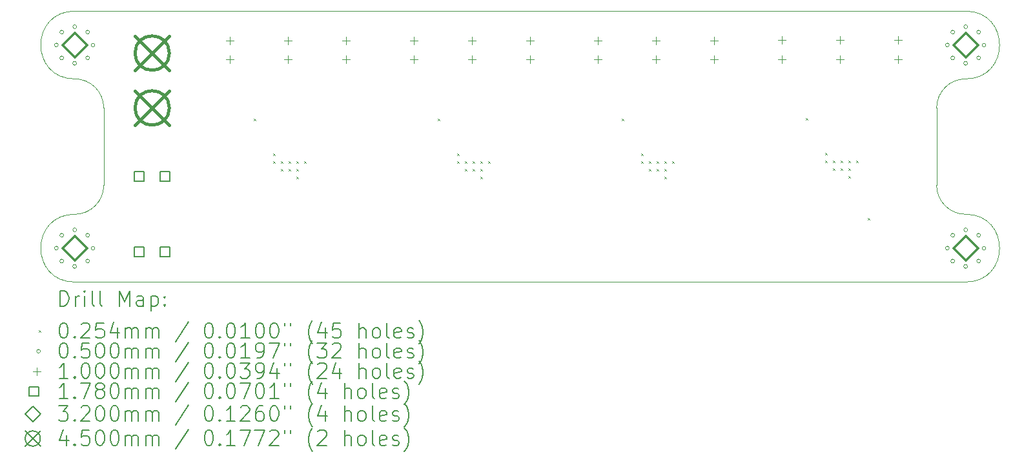
<source format=gbr>
%TF.GenerationSoftware,KiCad,Pcbnew,(6.0.9)*%
%TF.CreationDate,2023-02-01T20:01:13-08:00*%
%TF.ProjectId,regulator_board,72656775-6c61-4746-9f72-5f626f617264,rev?*%
%TF.SameCoordinates,Original*%
%TF.FileFunction,Drillmap*%
%TF.FilePolarity,Positive*%
%FSLAX45Y45*%
G04 Gerber Fmt 4.5, Leading zero omitted, Abs format (unit mm)*
G04 Created by KiCad (PCBNEW (6.0.9)) date 2023-02-01 20:01:13*
%MOMM*%
%LPD*%
G01*
G04 APERTURE LIST*
%ADD10C,0.100000*%
%ADD11C,0.200000*%
%ADD12C,0.025400*%
%ADD13C,0.050000*%
%ADD14C,0.178000*%
%ADD15C,0.320000*%
%ADD16C,0.450000*%
G04 APERTURE END LIST*
D10*
X17145000Y-11684000D02*
X5461000Y-11684000D01*
X17145000Y-12573000D02*
G75*
G03*
X17145000Y-11684000I0J444500D01*
G01*
X5461000Y-15240000D02*
X17145000Y-15240000D01*
X5842000Y-12954000D02*
X5842000Y-13970000D01*
X16764000Y-13970000D02*
X16764000Y-12954000D01*
X5461000Y-14351000D02*
G75*
G03*
X5461000Y-15240000I0J-444500D01*
G01*
X5842000Y-12954000D02*
G75*
G03*
X5461000Y-12573000I-381000J0D01*
G01*
X17145000Y-12573000D02*
G75*
G03*
X16764000Y-12954000I0J-381000D01*
G01*
X17145000Y-15240000D02*
G75*
G03*
X17145000Y-14351000I0J444500D01*
G01*
X16764000Y-13970000D02*
G75*
G03*
X17145000Y-14351000I381000J0D01*
G01*
X5461000Y-14351000D02*
G75*
G03*
X5842000Y-13970000I0J381000D01*
G01*
X5461000Y-11684000D02*
G75*
G03*
X5461000Y-12573000I0J-444500D01*
G01*
D11*
D12*
X7810500Y-13093700D02*
X7835900Y-13119100D01*
X7835900Y-13093700D02*
X7810500Y-13119100D01*
X8064500Y-13550900D02*
X8089900Y-13576300D01*
X8089900Y-13550900D02*
X8064500Y-13576300D01*
X8064500Y-13652500D02*
X8089900Y-13677900D01*
X8089900Y-13652500D02*
X8064500Y-13677900D01*
X8166100Y-13652500D02*
X8191500Y-13677900D01*
X8191500Y-13652500D02*
X8166100Y-13677900D01*
X8166100Y-13754100D02*
X8191500Y-13779500D01*
X8191500Y-13754100D02*
X8166100Y-13779500D01*
X8267700Y-13652500D02*
X8293100Y-13677900D01*
X8293100Y-13652500D02*
X8267700Y-13677900D01*
X8267700Y-13754100D02*
X8293100Y-13779500D01*
X8293100Y-13754100D02*
X8267700Y-13779500D01*
X8369300Y-13652500D02*
X8394700Y-13677900D01*
X8394700Y-13652500D02*
X8369300Y-13677900D01*
X8369300Y-13754100D02*
X8394700Y-13779500D01*
X8394700Y-13754100D02*
X8369300Y-13779500D01*
X8369300Y-13855700D02*
X8394700Y-13881100D01*
X8394700Y-13855700D02*
X8369300Y-13881100D01*
X8470900Y-13652500D02*
X8496300Y-13677900D01*
X8496300Y-13652500D02*
X8470900Y-13677900D01*
X10223500Y-13093700D02*
X10248900Y-13119100D01*
X10248900Y-13093700D02*
X10223500Y-13119100D01*
X10477500Y-13550900D02*
X10502900Y-13576300D01*
X10502900Y-13550900D02*
X10477500Y-13576300D01*
X10477500Y-13652500D02*
X10502900Y-13677900D01*
X10502900Y-13652500D02*
X10477500Y-13677900D01*
X10579100Y-13652500D02*
X10604500Y-13677900D01*
X10604500Y-13652500D02*
X10579100Y-13677900D01*
X10579100Y-13754100D02*
X10604500Y-13779500D01*
X10604500Y-13754100D02*
X10579100Y-13779500D01*
X10680700Y-13652500D02*
X10706100Y-13677900D01*
X10706100Y-13652500D02*
X10680700Y-13677900D01*
X10680700Y-13754100D02*
X10706100Y-13779500D01*
X10706100Y-13754100D02*
X10680700Y-13779500D01*
X10782300Y-13652500D02*
X10807700Y-13677900D01*
X10807700Y-13652500D02*
X10782300Y-13677900D01*
X10782300Y-13754100D02*
X10807700Y-13779500D01*
X10807700Y-13754100D02*
X10782300Y-13779500D01*
X10782300Y-13855700D02*
X10807700Y-13881100D01*
X10807700Y-13855700D02*
X10782300Y-13881100D01*
X10883900Y-13652500D02*
X10909300Y-13677900D01*
X10909300Y-13652500D02*
X10883900Y-13677900D01*
X12636500Y-13093700D02*
X12661900Y-13119100D01*
X12661900Y-13093700D02*
X12636500Y-13119100D01*
X12890500Y-13550900D02*
X12915900Y-13576300D01*
X12915900Y-13550900D02*
X12890500Y-13576300D01*
X12890500Y-13652500D02*
X12915900Y-13677900D01*
X12915900Y-13652500D02*
X12890500Y-13677900D01*
X12992100Y-13652500D02*
X13017500Y-13677900D01*
X13017500Y-13652500D02*
X12992100Y-13677900D01*
X12992100Y-13754100D02*
X13017500Y-13779500D01*
X13017500Y-13754100D02*
X12992100Y-13779500D01*
X13093700Y-13652500D02*
X13119100Y-13677900D01*
X13119100Y-13652500D02*
X13093700Y-13677900D01*
X13093700Y-13754100D02*
X13119100Y-13779500D01*
X13119100Y-13754100D02*
X13093700Y-13779500D01*
X13195300Y-13652500D02*
X13220700Y-13677900D01*
X13220700Y-13652500D02*
X13195300Y-13677900D01*
X13195300Y-13754100D02*
X13220700Y-13779500D01*
X13220700Y-13754100D02*
X13195300Y-13779500D01*
X13195300Y-13855700D02*
X13220700Y-13881100D01*
X13220700Y-13855700D02*
X13195300Y-13881100D01*
X13296900Y-13652500D02*
X13322300Y-13677900D01*
X13322300Y-13652500D02*
X13296900Y-13677900D01*
X15049500Y-13089700D02*
X15074900Y-13115100D01*
X15074900Y-13089700D02*
X15049500Y-13115100D01*
X15303500Y-13546900D02*
X15328900Y-13572300D01*
X15328900Y-13546900D02*
X15303500Y-13572300D01*
X15303500Y-13648500D02*
X15328900Y-13673900D01*
X15328900Y-13648500D02*
X15303500Y-13673900D01*
X15405100Y-13648500D02*
X15430500Y-13673900D01*
X15430500Y-13648500D02*
X15405100Y-13673900D01*
X15405100Y-13750100D02*
X15430500Y-13775500D01*
X15430500Y-13750100D02*
X15405100Y-13775500D01*
X15506700Y-13648500D02*
X15532100Y-13673900D01*
X15532100Y-13648500D02*
X15506700Y-13673900D01*
X15506700Y-13750100D02*
X15532100Y-13775500D01*
X15532100Y-13750100D02*
X15506700Y-13775500D01*
X15608300Y-13648500D02*
X15633700Y-13673900D01*
X15633700Y-13648500D02*
X15608300Y-13673900D01*
X15608300Y-13750100D02*
X15633700Y-13775500D01*
X15633700Y-13750100D02*
X15608300Y-13775500D01*
X15608300Y-13851700D02*
X15633700Y-13877100D01*
X15633700Y-13851700D02*
X15608300Y-13877100D01*
X15709900Y-13648500D02*
X15735300Y-13673900D01*
X15735300Y-13648500D02*
X15709900Y-13673900D01*
X15862300Y-14401800D02*
X15887700Y-14427200D01*
X15887700Y-14401800D02*
X15862300Y-14427200D01*
D13*
X5246000Y-12128500D02*
G75*
G03*
X5246000Y-12128500I-25000J0D01*
G01*
X5246000Y-14795500D02*
G75*
G03*
X5246000Y-14795500I-25000J0D01*
G01*
X5316294Y-11958794D02*
G75*
G03*
X5316294Y-11958794I-25000J0D01*
G01*
X5316294Y-12298206D02*
G75*
G03*
X5316294Y-12298206I-25000J0D01*
G01*
X5316294Y-14625794D02*
G75*
G03*
X5316294Y-14625794I-25000J0D01*
G01*
X5316294Y-14965206D02*
G75*
G03*
X5316294Y-14965206I-25000J0D01*
G01*
X5486000Y-11888500D02*
G75*
G03*
X5486000Y-11888500I-25000J0D01*
G01*
X5486000Y-12368500D02*
G75*
G03*
X5486000Y-12368500I-25000J0D01*
G01*
X5486000Y-14555500D02*
G75*
G03*
X5486000Y-14555500I-25000J0D01*
G01*
X5486000Y-15035500D02*
G75*
G03*
X5486000Y-15035500I-25000J0D01*
G01*
X5655706Y-11958794D02*
G75*
G03*
X5655706Y-11958794I-25000J0D01*
G01*
X5655706Y-12298206D02*
G75*
G03*
X5655706Y-12298206I-25000J0D01*
G01*
X5655706Y-14625794D02*
G75*
G03*
X5655706Y-14625794I-25000J0D01*
G01*
X5655706Y-14965206D02*
G75*
G03*
X5655706Y-14965206I-25000J0D01*
G01*
X5726000Y-12128500D02*
G75*
G03*
X5726000Y-12128500I-25000J0D01*
G01*
X5726000Y-14795500D02*
G75*
G03*
X5726000Y-14795500I-25000J0D01*
G01*
X16930000Y-12128500D02*
G75*
G03*
X16930000Y-12128500I-25000J0D01*
G01*
X16930000Y-14795500D02*
G75*
G03*
X16930000Y-14795500I-25000J0D01*
G01*
X17000294Y-11958794D02*
G75*
G03*
X17000294Y-11958794I-25000J0D01*
G01*
X17000294Y-12298206D02*
G75*
G03*
X17000294Y-12298206I-25000J0D01*
G01*
X17000294Y-14625794D02*
G75*
G03*
X17000294Y-14625794I-25000J0D01*
G01*
X17000294Y-14965206D02*
G75*
G03*
X17000294Y-14965206I-25000J0D01*
G01*
X17170000Y-11888500D02*
G75*
G03*
X17170000Y-11888500I-25000J0D01*
G01*
X17170000Y-12368500D02*
G75*
G03*
X17170000Y-12368500I-25000J0D01*
G01*
X17170000Y-14555500D02*
G75*
G03*
X17170000Y-14555500I-25000J0D01*
G01*
X17170000Y-15035500D02*
G75*
G03*
X17170000Y-15035500I-25000J0D01*
G01*
X17339706Y-11958794D02*
G75*
G03*
X17339706Y-11958794I-25000J0D01*
G01*
X17339706Y-12298206D02*
G75*
G03*
X17339706Y-12298206I-25000J0D01*
G01*
X17339706Y-14625794D02*
G75*
G03*
X17339706Y-14625794I-25000J0D01*
G01*
X17339706Y-14965206D02*
G75*
G03*
X17339706Y-14965206I-25000J0D01*
G01*
X17410000Y-12128500D02*
G75*
G03*
X17410000Y-12128500I-25000J0D01*
G01*
X17410000Y-14795500D02*
G75*
G03*
X17410000Y-14795500I-25000J0D01*
G01*
D10*
X7493000Y-12019000D02*
X7493000Y-12119000D01*
X7443000Y-12069000D02*
X7543000Y-12069000D01*
X7493000Y-12269000D02*
X7493000Y-12369000D01*
X7443000Y-12319000D02*
X7543000Y-12319000D01*
X8255000Y-12019000D02*
X8255000Y-12119000D01*
X8205000Y-12069000D02*
X8305000Y-12069000D01*
X8255000Y-12269000D02*
X8255000Y-12369000D01*
X8205000Y-12319000D02*
X8305000Y-12319000D01*
X9017000Y-12019000D02*
X9017000Y-12119000D01*
X8967000Y-12069000D02*
X9067000Y-12069000D01*
X9017000Y-12269000D02*
X9017000Y-12369000D01*
X8967000Y-12319000D02*
X9067000Y-12319000D01*
X9906000Y-12019000D02*
X9906000Y-12119000D01*
X9856000Y-12069000D02*
X9956000Y-12069000D01*
X9906000Y-12269000D02*
X9906000Y-12369000D01*
X9856000Y-12319000D02*
X9956000Y-12319000D01*
X10668000Y-12019000D02*
X10668000Y-12119000D01*
X10618000Y-12069000D02*
X10718000Y-12069000D01*
X10668000Y-12269000D02*
X10668000Y-12369000D01*
X10618000Y-12319000D02*
X10718000Y-12319000D01*
X11430000Y-12019000D02*
X11430000Y-12119000D01*
X11380000Y-12069000D02*
X11480000Y-12069000D01*
X11430000Y-12269000D02*
X11430000Y-12369000D01*
X11380000Y-12319000D02*
X11480000Y-12319000D01*
X12319000Y-12019000D02*
X12319000Y-12119000D01*
X12269000Y-12069000D02*
X12369000Y-12069000D01*
X12319000Y-12269000D02*
X12319000Y-12369000D01*
X12269000Y-12319000D02*
X12369000Y-12319000D01*
X13081000Y-12019000D02*
X13081000Y-12119000D01*
X13031000Y-12069000D02*
X13131000Y-12069000D01*
X13081000Y-12269000D02*
X13081000Y-12369000D01*
X13031000Y-12319000D02*
X13131000Y-12319000D01*
X13843000Y-12019000D02*
X13843000Y-12119000D01*
X13793000Y-12069000D02*
X13893000Y-12069000D01*
X13843000Y-12269000D02*
X13843000Y-12369000D01*
X13793000Y-12319000D02*
X13893000Y-12319000D01*
X14732000Y-12015000D02*
X14732000Y-12115000D01*
X14682000Y-12065000D02*
X14782000Y-12065000D01*
X14732000Y-12265000D02*
X14732000Y-12365000D01*
X14682000Y-12315000D02*
X14782000Y-12315000D01*
X15494000Y-12015000D02*
X15494000Y-12115000D01*
X15444000Y-12065000D02*
X15544000Y-12065000D01*
X15494000Y-12265000D02*
X15494000Y-12365000D01*
X15444000Y-12315000D02*
X15544000Y-12315000D01*
X16256000Y-12015000D02*
X16256000Y-12115000D01*
X16206000Y-12065000D02*
X16306000Y-12065000D01*
X16256000Y-12265000D02*
X16256000Y-12365000D01*
X16206000Y-12315000D02*
X16306000Y-12315000D01*
D14*
X6369933Y-13917933D02*
X6369933Y-13792067D01*
X6244067Y-13792067D01*
X6244067Y-13917933D01*
X6369933Y-13917933D01*
X6369933Y-14909933D02*
X6369933Y-14784067D01*
X6244067Y-14784067D01*
X6244067Y-14909933D01*
X6369933Y-14909933D01*
X6709933Y-13917933D02*
X6709933Y-13792067D01*
X6584067Y-13792067D01*
X6584067Y-13917933D01*
X6709933Y-13917933D01*
X6709933Y-14909933D02*
X6709933Y-14784067D01*
X6584067Y-14784067D01*
X6584067Y-14909933D01*
X6709933Y-14909933D01*
D15*
X5461000Y-12288500D02*
X5621000Y-12128500D01*
X5461000Y-11968500D01*
X5301000Y-12128500D01*
X5461000Y-12288500D01*
X5461000Y-14955500D02*
X5621000Y-14795500D01*
X5461000Y-14635500D01*
X5301000Y-14795500D01*
X5461000Y-14955500D01*
X17145000Y-12288500D02*
X17305000Y-12128500D01*
X17145000Y-11968500D01*
X16985000Y-12128500D01*
X17145000Y-12288500D01*
X17145000Y-14955500D02*
X17305000Y-14795500D01*
X17145000Y-14635500D01*
X16985000Y-14795500D01*
X17145000Y-14955500D01*
D16*
X6252000Y-12009000D02*
X6702000Y-12459000D01*
X6702000Y-12009000D02*
X6252000Y-12459000D01*
X6702000Y-12234000D02*
G75*
G03*
X6702000Y-12234000I-225000J0D01*
G01*
X6252000Y-12729000D02*
X6702000Y-13179000D01*
X6702000Y-12729000D02*
X6252000Y-13179000D01*
X6702000Y-12954000D02*
G75*
G03*
X6702000Y-12954000I-225000J0D01*
G01*
D11*
X5269119Y-15555476D02*
X5269119Y-15355476D01*
X5316738Y-15355476D01*
X5345310Y-15365000D01*
X5364357Y-15384048D01*
X5373881Y-15403095D01*
X5383405Y-15441190D01*
X5383405Y-15469762D01*
X5373881Y-15507857D01*
X5364357Y-15526905D01*
X5345310Y-15545952D01*
X5316738Y-15555476D01*
X5269119Y-15555476D01*
X5469119Y-15555476D02*
X5469119Y-15422143D01*
X5469119Y-15460238D02*
X5478643Y-15441190D01*
X5488167Y-15431667D01*
X5507214Y-15422143D01*
X5526262Y-15422143D01*
X5592928Y-15555476D02*
X5592928Y-15422143D01*
X5592928Y-15355476D02*
X5583405Y-15365000D01*
X5592928Y-15374524D01*
X5602452Y-15365000D01*
X5592928Y-15355476D01*
X5592928Y-15374524D01*
X5716738Y-15555476D02*
X5697690Y-15545952D01*
X5688167Y-15526905D01*
X5688167Y-15355476D01*
X5821500Y-15555476D02*
X5802452Y-15545952D01*
X5792928Y-15526905D01*
X5792928Y-15355476D01*
X6050071Y-15555476D02*
X6050071Y-15355476D01*
X6116738Y-15498333D01*
X6183405Y-15355476D01*
X6183405Y-15555476D01*
X6364357Y-15555476D02*
X6364357Y-15450714D01*
X6354833Y-15431667D01*
X6335786Y-15422143D01*
X6297690Y-15422143D01*
X6278643Y-15431667D01*
X6364357Y-15545952D02*
X6345309Y-15555476D01*
X6297690Y-15555476D01*
X6278643Y-15545952D01*
X6269119Y-15526905D01*
X6269119Y-15507857D01*
X6278643Y-15488809D01*
X6297690Y-15479286D01*
X6345309Y-15479286D01*
X6364357Y-15469762D01*
X6459595Y-15422143D02*
X6459595Y-15622143D01*
X6459595Y-15431667D02*
X6478643Y-15422143D01*
X6516738Y-15422143D01*
X6535786Y-15431667D01*
X6545309Y-15441190D01*
X6554833Y-15460238D01*
X6554833Y-15517381D01*
X6545309Y-15536428D01*
X6535786Y-15545952D01*
X6516738Y-15555476D01*
X6478643Y-15555476D01*
X6459595Y-15545952D01*
X6640548Y-15536428D02*
X6650071Y-15545952D01*
X6640548Y-15555476D01*
X6631024Y-15545952D01*
X6640548Y-15536428D01*
X6640548Y-15555476D01*
X6640548Y-15431667D02*
X6650071Y-15441190D01*
X6640548Y-15450714D01*
X6631024Y-15441190D01*
X6640548Y-15431667D01*
X6640548Y-15450714D01*
D12*
X4986100Y-15872300D02*
X5011500Y-15897700D01*
X5011500Y-15872300D02*
X4986100Y-15897700D01*
D11*
X5307214Y-15775476D02*
X5326262Y-15775476D01*
X5345310Y-15785000D01*
X5354833Y-15794524D01*
X5364357Y-15813571D01*
X5373881Y-15851667D01*
X5373881Y-15899286D01*
X5364357Y-15937381D01*
X5354833Y-15956428D01*
X5345310Y-15965952D01*
X5326262Y-15975476D01*
X5307214Y-15975476D01*
X5288167Y-15965952D01*
X5278643Y-15956428D01*
X5269119Y-15937381D01*
X5259595Y-15899286D01*
X5259595Y-15851667D01*
X5269119Y-15813571D01*
X5278643Y-15794524D01*
X5288167Y-15785000D01*
X5307214Y-15775476D01*
X5459595Y-15956428D02*
X5469119Y-15965952D01*
X5459595Y-15975476D01*
X5450071Y-15965952D01*
X5459595Y-15956428D01*
X5459595Y-15975476D01*
X5545310Y-15794524D02*
X5554833Y-15785000D01*
X5573881Y-15775476D01*
X5621500Y-15775476D01*
X5640548Y-15785000D01*
X5650071Y-15794524D01*
X5659595Y-15813571D01*
X5659595Y-15832619D01*
X5650071Y-15861190D01*
X5535786Y-15975476D01*
X5659595Y-15975476D01*
X5840548Y-15775476D02*
X5745309Y-15775476D01*
X5735786Y-15870714D01*
X5745309Y-15861190D01*
X5764357Y-15851667D01*
X5811976Y-15851667D01*
X5831024Y-15861190D01*
X5840548Y-15870714D01*
X5850071Y-15889762D01*
X5850071Y-15937381D01*
X5840548Y-15956428D01*
X5831024Y-15965952D01*
X5811976Y-15975476D01*
X5764357Y-15975476D01*
X5745309Y-15965952D01*
X5735786Y-15956428D01*
X6021500Y-15842143D02*
X6021500Y-15975476D01*
X5973881Y-15765952D02*
X5926262Y-15908809D01*
X6050071Y-15908809D01*
X6126262Y-15975476D02*
X6126262Y-15842143D01*
X6126262Y-15861190D02*
X6135786Y-15851667D01*
X6154833Y-15842143D01*
X6183405Y-15842143D01*
X6202452Y-15851667D01*
X6211976Y-15870714D01*
X6211976Y-15975476D01*
X6211976Y-15870714D02*
X6221500Y-15851667D01*
X6240548Y-15842143D01*
X6269119Y-15842143D01*
X6288167Y-15851667D01*
X6297690Y-15870714D01*
X6297690Y-15975476D01*
X6392928Y-15975476D02*
X6392928Y-15842143D01*
X6392928Y-15861190D02*
X6402452Y-15851667D01*
X6421500Y-15842143D01*
X6450071Y-15842143D01*
X6469119Y-15851667D01*
X6478643Y-15870714D01*
X6478643Y-15975476D01*
X6478643Y-15870714D02*
X6488167Y-15851667D01*
X6507214Y-15842143D01*
X6535786Y-15842143D01*
X6554833Y-15851667D01*
X6564357Y-15870714D01*
X6564357Y-15975476D01*
X6954833Y-15765952D02*
X6783405Y-16023095D01*
X7211976Y-15775476D02*
X7231024Y-15775476D01*
X7250071Y-15785000D01*
X7259595Y-15794524D01*
X7269119Y-15813571D01*
X7278643Y-15851667D01*
X7278643Y-15899286D01*
X7269119Y-15937381D01*
X7259595Y-15956428D01*
X7250071Y-15965952D01*
X7231024Y-15975476D01*
X7211976Y-15975476D01*
X7192928Y-15965952D01*
X7183405Y-15956428D01*
X7173881Y-15937381D01*
X7164357Y-15899286D01*
X7164357Y-15851667D01*
X7173881Y-15813571D01*
X7183405Y-15794524D01*
X7192928Y-15785000D01*
X7211976Y-15775476D01*
X7364357Y-15956428D02*
X7373881Y-15965952D01*
X7364357Y-15975476D01*
X7354833Y-15965952D01*
X7364357Y-15956428D01*
X7364357Y-15975476D01*
X7497690Y-15775476D02*
X7516738Y-15775476D01*
X7535786Y-15785000D01*
X7545309Y-15794524D01*
X7554833Y-15813571D01*
X7564357Y-15851667D01*
X7564357Y-15899286D01*
X7554833Y-15937381D01*
X7545309Y-15956428D01*
X7535786Y-15965952D01*
X7516738Y-15975476D01*
X7497690Y-15975476D01*
X7478643Y-15965952D01*
X7469119Y-15956428D01*
X7459595Y-15937381D01*
X7450071Y-15899286D01*
X7450071Y-15851667D01*
X7459595Y-15813571D01*
X7469119Y-15794524D01*
X7478643Y-15785000D01*
X7497690Y-15775476D01*
X7754833Y-15975476D02*
X7640548Y-15975476D01*
X7697690Y-15975476D02*
X7697690Y-15775476D01*
X7678643Y-15804048D01*
X7659595Y-15823095D01*
X7640548Y-15832619D01*
X7878643Y-15775476D02*
X7897690Y-15775476D01*
X7916738Y-15785000D01*
X7926262Y-15794524D01*
X7935786Y-15813571D01*
X7945309Y-15851667D01*
X7945309Y-15899286D01*
X7935786Y-15937381D01*
X7926262Y-15956428D01*
X7916738Y-15965952D01*
X7897690Y-15975476D01*
X7878643Y-15975476D01*
X7859595Y-15965952D01*
X7850071Y-15956428D01*
X7840548Y-15937381D01*
X7831024Y-15899286D01*
X7831024Y-15851667D01*
X7840548Y-15813571D01*
X7850071Y-15794524D01*
X7859595Y-15785000D01*
X7878643Y-15775476D01*
X8069119Y-15775476D02*
X8088167Y-15775476D01*
X8107214Y-15785000D01*
X8116738Y-15794524D01*
X8126262Y-15813571D01*
X8135786Y-15851667D01*
X8135786Y-15899286D01*
X8126262Y-15937381D01*
X8116738Y-15956428D01*
X8107214Y-15965952D01*
X8088167Y-15975476D01*
X8069119Y-15975476D01*
X8050071Y-15965952D01*
X8040548Y-15956428D01*
X8031024Y-15937381D01*
X8021500Y-15899286D01*
X8021500Y-15851667D01*
X8031024Y-15813571D01*
X8040548Y-15794524D01*
X8050071Y-15785000D01*
X8069119Y-15775476D01*
X8211976Y-15775476D02*
X8211976Y-15813571D01*
X8288167Y-15775476D02*
X8288167Y-15813571D01*
X8583405Y-16051667D02*
X8573881Y-16042143D01*
X8554833Y-16013571D01*
X8545310Y-15994524D01*
X8535786Y-15965952D01*
X8526262Y-15918333D01*
X8526262Y-15880238D01*
X8535786Y-15832619D01*
X8545310Y-15804048D01*
X8554833Y-15785000D01*
X8573881Y-15756428D01*
X8583405Y-15746905D01*
X8745310Y-15842143D02*
X8745310Y-15975476D01*
X8697690Y-15765952D02*
X8650071Y-15908809D01*
X8773881Y-15908809D01*
X8945310Y-15775476D02*
X8850071Y-15775476D01*
X8840548Y-15870714D01*
X8850071Y-15861190D01*
X8869119Y-15851667D01*
X8916738Y-15851667D01*
X8935786Y-15861190D01*
X8945310Y-15870714D01*
X8954833Y-15889762D01*
X8954833Y-15937381D01*
X8945310Y-15956428D01*
X8935786Y-15965952D01*
X8916738Y-15975476D01*
X8869119Y-15975476D01*
X8850071Y-15965952D01*
X8840548Y-15956428D01*
X9192929Y-15975476D02*
X9192929Y-15775476D01*
X9278643Y-15975476D02*
X9278643Y-15870714D01*
X9269119Y-15851667D01*
X9250071Y-15842143D01*
X9221500Y-15842143D01*
X9202452Y-15851667D01*
X9192929Y-15861190D01*
X9402452Y-15975476D02*
X9383405Y-15965952D01*
X9373881Y-15956428D01*
X9364357Y-15937381D01*
X9364357Y-15880238D01*
X9373881Y-15861190D01*
X9383405Y-15851667D01*
X9402452Y-15842143D01*
X9431024Y-15842143D01*
X9450071Y-15851667D01*
X9459595Y-15861190D01*
X9469119Y-15880238D01*
X9469119Y-15937381D01*
X9459595Y-15956428D01*
X9450071Y-15965952D01*
X9431024Y-15975476D01*
X9402452Y-15975476D01*
X9583405Y-15975476D02*
X9564357Y-15965952D01*
X9554833Y-15946905D01*
X9554833Y-15775476D01*
X9735786Y-15965952D02*
X9716738Y-15975476D01*
X9678643Y-15975476D01*
X9659595Y-15965952D01*
X9650071Y-15946905D01*
X9650071Y-15870714D01*
X9659595Y-15851667D01*
X9678643Y-15842143D01*
X9716738Y-15842143D01*
X9735786Y-15851667D01*
X9745310Y-15870714D01*
X9745310Y-15889762D01*
X9650071Y-15908809D01*
X9821500Y-15965952D02*
X9840548Y-15975476D01*
X9878643Y-15975476D01*
X9897690Y-15965952D01*
X9907214Y-15946905D01*
X9907214Y-15937381D01*
X9897690Y-15918333D01*
X9878643Y-15908809D01*
X9850071Y-15908809D01*
X9831024Y-15899286D01*
X9821500Y-15880238D01*
X9821500Y-15870714D01*
X9831024Y-15851667D01*
X9850071Y-15842143D01*
X9878643Y-15842143D01*
X9897690Y-15851667D01*
X9973881Y-16051667D02*
X9983405Y-16042143D01*
X10002452Y-16013571D01*
X10011976Y-15994524D01*
X10021500Y-15965952D01*
X10031024Y-15918333D01*
X10031024Y-15880238D01*
X10021500Y-15832619D01*
X10011976Y-15804048D01*
X10002452Y-15785000D01*
X9983405Y-15756428D01*
X9973881Y-15746905D01*
D13*
X5011500Y-16149000D02*
G75*
G03*
X5011500Y-16149000I-25000J0D01*
G01*
D11*
X5307214Y-16039476D02*
X5326262Y-16039476D01*
X5345310Y-16049000D01*
X5354833Y-16058524D01*
X5364357Y-16077571D01*
X5373881Y-16115667D01*
X5373881Y-16163286D01*
X5364357Y-16201381D01*
X5354833Y-16220428D01*
X5345310Y-16229952D01*
X5326262Y-16239476D01*
X5307214Y-16239476D01*
X5288167Y-16229952D01*
X5278643Y-16220428D01*
X5269119Y-16201381D01*
X5259595Y-16163286D01*
X5259595Y-16115667D01*
X5269119Y-16077571D01*
X5278643Y-16058524D01*
X5288167Y-16049000D01*
X5307214Y-16039476D01*
X5459595Y-16220428D02*
X5469119Y-16229952D01*
X5459595Y-16239476D01*
X5450071Y-16229952D01*
X5459595Y-16220428D01*
X5459595Y-16239476D01*
X5650071Y-16039476D02*
X5554833Y-16039476D01*
X5545310Y-16134714D01*
X5554833Y-16125190D01*
X5573881Y-16115667D01*
X5621500Y-16115667D01*
X5640548Y-16125190D01*
X5650071Y-16134714D01*
X5659595Y-16153762D01*
X5659595Y-16201381D01*
X5650071Y-16220428D01*
X5640548Y-16229952D01*
X5621500Y-16239476D01*
X5573881Y-16239476D01*
X5554833Y-16229952D01*
X5545310Y-16220428D01*
X5783405Y-16039476D02*
X5802452Y-16039476D01*
X5821500Y-16049000D01*
X5831024Y-16058524D01*
X5840548Y-16077571D01*
X5850071Y-16115667D01*
X5850071Y-16163286D01*
X5840548Y-16201381D01*
X5831024Y-16220428D01*
X5821500Y-16229952D01*
X5802452Y-16239476D01*
X5783405Y-16239476D01*
X5764357Y-16229952D01*
X5754833Y-16220428D01*
X5745309Y-16201381D01*
X5735786Y-16163286D01*
X5735786Y-16115667D01*
X5745309Y-16077571D01*
X5754833Y-16058524D01*
X5764357Y-16049000D01*
X5783405Y-16039476D01*
X5973881Y-16039476D02*
X5992928Y-16039476D01*
X6011976Y-16049000D01*
X6021500Y-16058524D01*
X6031024Y-16077571D01*
X6040548Y-16115667D01*
X6040548Y-16163286D01*
X6031024Y-16201381D01*
X6021500Y-16220428D01*
X6011976Y-16229952D01*
X5992928Y-16239476D01*
X5973881Y-16239476D01*
X5954833Y-16229952D01*
X5945309Y-16220428D01*
X5935786Y-16201381D01*
X5926262Y-16163286D01*
X5926262Y-16115667D01*
X5935786Y-16077571D01*
X5945309Y-16058524D01*
X5954833Y-16049000D01*
X5973881Y-16039476D01*
X6126262Y-16239476D02*
X6126262Y-16106143D01*
X6126262Y-16125190D02*
X6135786Y-16115667D01*
X6154833Y-16106143D01*
X6183405Y-16106143D01*
X6202452Y-16115667D01*
X6211976Y-16134714D01*
X6211976Y-16239476D01*
X6211976Y-16134714D02*
X6221500Y-16115667D01*
X6240548Y-16106143D01*
X6269119Y-16106143D01*
X6288167Y-16115667D01*
X6297690Y-16134714D01*
X6297690Y-16239476D01*
X6392928Y-16239476D02*
X6392928Y-16106143D01*
X6392928Y-16125190D02*
X6402452Y-16115667D01*
X6421500Y-16106143D01*
X6450071Y-16106143D01*
X6469119Y-16115667D01*
X6478643Y-16134714D01*
X6478643Y-16239476D01*
X6478643Y-16134714D02*
X6488167Y-16115667D01*
X6507214Y-16106143D01*
X6535786Y-16106143D01*
X6554833Y-16115667D01*
X6564357Y-16134714D01*
X6564357Y-16239476D01*
X6954833Y-16029952D02*
X6783405Y-16287095D01*
X7211976Y-16039476D02*
X7231024Y-16039476D01*
X7250071Y-16049000D01*
X7259595Y-16058524D01*
X7269119Y-16077571D01*
X7278643Y-16115667D01*
X7278643Y-16163286D01*
X7269119Y-16201381D01*
X7259595Y-16220428D01*
X7250071Y-16229952D01*
X7231024Y-16239476D01*
X7211976Y-16239476D01*
X7192928Y-16229952D01*
X7183405Y-16220428D01*
X7173881Y-16201381D01*
X7164357Y-16163286D01*
X7164357Y-16115667D01*
X7173881Y-16077571D01*
X7183405Y-16058524D01*
X7192928Y-16049000D01*
X7211976Y-16039476D01*
X7364357Y-16220428D02*
X7373881Y-16229952D01*
X7364357Y-16239476D01*
X7354833Y-16229952D01*
X7364357Y-16220428D01*
X7364357Y-16239476D01*
X7497690Y-16039476D02*
X7516738Y-16039476D01*
X7535786Y-16049000D01*
X7545309Y-16058524D01*
X7554833Y-16077571D01*
X7564357Y-16115667D01*
X7564357Y-16163286D01*
X7554833Y-16201381D01*
X7545309Y-16220428D01*
X7535786Y-16229952D01*
X7516738Y-16239476D01*
X7497690Y-16239476D01*
X7478643Y-16229952D01*
X7469119Y-16220428D01*
X7459595Y-16201381D01*
X7450071Y-16163286D01*
X7450071Y-16115667D01*
X7459595Y-16077571D01*
X7469119Y-16058524D01*
X7478643Y-16049000D01*
X7497690Y-16039476D01*
X7754833Y-16239476D02*
X7640548Y-16239476D01*
X7697690Y-16239476D02*
X7697690Y-16039476D01*
X7678643Y-16068048D01*
X7659595Y-16087095D01*
X7640548Y-16096619D01*
X7850071Y-16239476D02*
X7888167Y-16239476D01*
X7907214Y-16229952D01*
X7916738Y-16220428D01*
X7935786Y-16191857D01*
X7945309Y-16153762D01*
X7945309Y-16077571D01*
X7935786Y-16058524D01*
X7926262Y-16049000D01*
X7907214Y-16039476D01*
X7869119Y-16039476D01*
X7850071Y-16049000D01*
X7840548Y-16058524D01*
X7831024Y-16077571D01*
X7831024Y-16125190D01*
X7840548Y-16144238D01*
X7850071Y-16153762D01*
X7869119Y-16163286D01*
X7907214Y-16163286D01*
X7926262Y-16153762D01*
X7935786Y-16144238D01*
X7945309Y-16125190D01*
X8011976Y-16039476D02*
X8145309Y-16039476D01*
X8059595Y-16239476D01*
X8211976Y-16039476D02*
X8211976Y-16077571D01*
X8288167Y-16039476D02*
X8288167Y-16077571D01*
X8583405Y-16315667D02*
X8573881Y-16306143D01*
X8554833Y-16277571D01*
X8545310Y-16258524D01*
X8535786Y-16229952D01*
X8526262Y-16182333D01*
X8526262Y-16144238D01*
X8535786Y-16096619D01*
X8545310Y-16068048D01*
X8554833Y-16049000D01*
X8573881Y-16020428D01*
X8583405Y-16010905D01*
X8640548Y-16039476D02*
X8764357Y-16039476D01*
X8697690Y-16115667D01*
X8726262Y-16115667D01*
X8745310Y-16125190D01*
X8754833Y-16134714D01*
X8764357Y-16153762D01*
X8764357Y-16201381D01*
X8754833Y-16220428D01*
X8745310Y-16229952D01*
X8726262Y-16239476D01*
X8669119Y-16239476D01*
X8650071Y-16229952D01*
X8640548Y-16220428D01*
X8840548Y-16058524D02*
X8850071Y-16049000D01*
X8869119Y-16039476D01*
X8916738Y-16039476D01*
X8935786Y-16049000D01*
X8945310Y-16058524D01*
X8954833Y-16077571D01*
X8954833Y-16096619D01*
X8945310Y-16125190D01*
X8831024Y-16239476D01*
X8954833Y-16239476D01*
X9192929Y-16239476D02*
X9192929Y-16039476D01*
X9278643Y-16239476D02*
X9278643Y-16134714D01*
X9269119Y-16115667D01*
X9250071Y-16106143D01*
X9221500Y-16106143D01*
X9202452Y-16115667D01*
X9192929Y-16125190D01*
X9402452Y-16239476D02*
X9383405Y-16229952D01*
X9373881Y-16220428D01*
X9364357Y-16201381D01*
X9364357Y-16144238D01*
X9373881Y-16125190D01*
X9383405Y-16115667D01*
X9402452Y-16106143D01*
X9431024Y-16106143D01*
X9450071Y-16115667D01*
X9459595Y-16125190D01*
X9469119Y-16144238D01*
X9469119Y-16201381D01*
X9459595Y-16220428D01*
X9450071Y-16229952D01*
X9431024Y-16239476D01*
X9402452Y-16239476D01*
X9583405Y-16239476D02*
X9564357Y-16229952D01*
X9554833Y-16210905D01*
X9554833Y-16039476D01*
X9735786Y-16229952D02*
X9716738Y-16239476D01*
X9678643Y-16239476D01*
X9659595Y-16229952D01*
X9650071Y-16210905D01*
X9650071Y-16134714D01*
X9659595Y-16115667D01*
X9678643Y-16106143D01*
X9716738Y-16106143D01*
X9735786Y-16115667D01*
X9745310Y-16134714D01*
X9745310Y-16153762D01*
X9650071Y-16172809D01*
X9821500Y-16229952D02*
X9840548Y-16239476D01*
X9878643Y-16239476D01*
X9897690Y-16229952D01*
X9907214Y-16210905D01*
X9907214Y-16201381D01*
X9897690Y-16182333D01*
X9878643Y-16172809D01*
X9850071Y-16172809D01*
X9831024Y-16163286D01*
X9821500Y-16144238D01*
X9821500Y-16134714D01*
X9831024Y-16115667D01*
X9850071Y-16106143D01*
X9878643Y-16106143D01*
X9897690Y-16115667D01*
X9973881Y-16315667D02*
X9983405Y-16306143D01*
X10002452Y-16277571D01*
X10011976Y-16258524D01*
X10021500Y-16229952D01*
X10031024Y-16182333D01*
X10031024Y-16144238D01*
X10021500Y-16096619D01*
X10011976Y-16068048D01*
X10002452Y-16049000D01*
X9983405Y-16020428D01*
X9973881Y-16010905D01*
D10*
X4961500Y-16363000D02*
X4961500Y-16463000D01*
X4911500Y-16413000D02*
X5011500Y-16413000D01*
D11*
X5373881Y-16503476D02*
X5259595Y-16503476D01*
X5316738Y-16503476D02*
X5316738Y-16303476D01*
X5297690Y-16332048D01*
X5278643Y-16351095D01*
X5259595Y-16360619D01*
X5459595Y-16484428D02*
X5469119Y-16493952D01*
X5459595Y-16503476D01*
X5450071Y-16493952D01*
X5459595Y-16484428D01*
X5459595Y-16503476D01*
X5592928Y-16303476D02*
X5611976Y-16303476D01*
X5631024Y-16313000D01*
X5640548Y-16322524D01*
X5650071Y-16341571D01*
X5659595Y-16379667D01*
X5659595Y-16427286D01*
X5650071Y-16465381D01*
X5640548Y-16484428D01*
X5631024Y-16493952D01*
X5611976Y-16503476D01*
X5592928Y-16503476D01*
X5573881Y-16493952D01*
X5564357Y-16484428D01*
X5554833Y-16465381D01*
X5545310Y-16427286D01*
X5545310Y-16379667D01*
X5554833Y-16341571D01*
X5564357Y-16322524D01*
X5573881Y-16313000D01*
X5592928Y-16303476D01*
X5783405Y-16303476D02*
X5802452Y-16303476D01*
X5821500Y-16313000D01*
X5831024Y-16322524D01*
X5840548Y-16341571D01*
X5850071Y-16379667D01*
X5850071Y-16427286D01*
X5840548Y-16465381D01*
X5831024Y-16484428D01*
X5821500Y-16493952D01*
X5802452Y-16503476D01*
X5783405Y-16503476D01*
X5764357Y-16493952D01*
X5754833Y-16484428D01*
X5745309Y-16465381D01*
X5735786Y-16427286D01*
X5735786Y-16379667D01*
X5745309Y-16341571D01*
X5754833Y-16322524D01*
X5764357Y-16313000D01*
X5783405Y-16303476D01*
X5973881Y-16303476D02*
X5992928Y-16303476D01*
X6011976Y-16313000D01*
X6021500Y-16322524D01*
X6031024Y-16341571D01*
X6040548Y-16379667D01*
X6040548Y-16427286D01*
X6031024Y-16465381D01*
X6021500Y-16484428D01*
X6011976Y-16493952D01*
X5992928Y-16503476D01*
X5973881Y-16503476D01*
X5954833Y-16493952D01*
X5945309Y-16484428D01*
X5935786Y-16465381D01*
X5926262Y-16427286D01*
X5926262Y-16379667D01*
X5935786Y-16341571D01*
X5945309Y-16322524D01*
X5954833Y-16313000D01*
X5973881Y-16303476D01*
X6126262Y-16503476D02*
X6126262Y-16370143D01*
X6126262Y-16389190D02*
X6135786Y-16379667D01*
X6154833Y-16370143D01*
X6183405Y-16370143D01*
X6202452Y-16379667D01*
X6211976Y-16398714D01*
X6211976Y-16503476D01*
X6211976Y-16398714D02*
X6221500Y-16379667D01*
X6240548Y-16370143D01*
X6269119Y-16370143D01*
X6288167Y-16379667D01*
X6297690Y-16398714D01*
X6297690Y-16503476D01*
X6392928Y-16503476D02*
X6392928Y-16370143D01*
X6392928Y-16389190D02*
X6402452Y-16379667D01*
X6421500Y-16370143D01*
X6450071Y-16370143D01*
X6469119Y-16379667D01*
X6478643Y-16398714D01*
X6478643Y-16503476D01*
X6478643Y-16398714D02*
X6488167Y-16379667D01*
X6507214Y-16370143D01*
X6535786Y-16370143D01*
X6554833Y-16379667D01*
X6564357Y-16398714D01*
X6564357Y-16503476D01*
X6954833Y-16293952D02*
X6783405Y-16551095D01*
X7211976Y-16303476D02*
X7231024Y-16303476D01*
X7250071Y-16313000D01*
X7259595Y-16322524D01*
X7269119Y-16341571D01*
X7278643Y-16379667D01*
X7278643Y-16427286D01*
X7269119Y-16465381D01*
X7259595Y-16484428D01*
X7250071Y-16493952D01*
X7231024Y-16503476D01*
X7211976Y-16503476D01*
X7192928Y-16493952D01*
X7183405Y-16484428D01*
X7173881Y-16465381D01*
X7164357Y-16427286D01*
X7164357Y-16379667D01*
X7173881Y-16341571D01*
X7183405Y-16322524D01*
X7192928Y-16313000D01*
X7211976Y-16303476D01*
X7364357Y-16484428D02*
X7373881Y-16493952D01*
X7364357Y-16503476D01*
X7354833Y-16493952D01*
X7364357Y-16484428D01*
X7364357Y-16503476D01*
X7497690Y-16303476D02*
X7516738Y-16303476D01*
X7535786Y-16313000D01*
X7545309Y-16322524D01*
X7554833Y-16341571D01*
X7564357Y-16379667D01*
X7564357Y-16427286D01*
X7554833Y-16465381D01*
X7545309Y-16484428D01*
X7535786Y-16493952D01*
X7516738Y-16503476D01*
X7497690Y-16503476D01*
X7478643Y-16493952D01*
X7469119Y-16484428D01*
X7459595Y-16465381D01*
X7450071Y-16427286D01*
X7450071Y-16379667D01*
X7459595Y-16341571D01*
X7469119Y-16322524D01*
X7478643Y-16313000D01*
X7497690Y-16303476D01*
X7631024Y-16303476D02*
X7754833Y-16303476D01*
X7688167Y-16379667D01*
X7716738Y-16379667D01*
X7735786Y-16389190D01*
X7745309Y-16398714D01*
X7754833Y-16417762D01*
X7754833Y-16465381D01*
X7745309Y-16484428D01*
X7735786Y-16493952D01*
X7716738Y-16503476D01*
X7659595Y-16503476D01*
X7640548Y-16493952D01*
X7631024Y-16484428D01*
X7850071Y-16503476D02*
X7888167Y-16503476D01*
X7907214Y-16493952D01*
X7916738Y-16484428D01*
X7935786Y-16455857D01*
X7945309Y-16417762D01*
X7945309Y-16341571D01*
X7935786Y-16322524D01*
X7926262Y-16313000D01*
X7907214Y-16303476D01*
X7869119Y-16303476D01*
X7850071Y-16313000D01*
X7840548Y-16322524D01*
X7831024Y-16341571D01*
X7831024Y-16389190D01*
X7840548Y-16408238D01*
X7850071Y-16417762D01*
X7869119Y-16427286D01*
X7907214Y-16427286D01*
X7926262Y-16417762D01*
X7935786Y-16408238D01*
X7945309Y-16389190D01*
X8116738Y-16370143D02*
X8116738Y-16503476D01*
X8069119Y-16293952D02*
X8021500Y-16436809D01*
X8145309Y-16436809D01*
X8211976Y-16303476D02*
X8211976Y-16341571D01*
X8288167Y-16303476D02*
X8288167Y-16341571D01*
X8583405Y-16579667D02*
X8573881Y-16570143D01*
X8554833Y-16541571D01*
X8545310Y-16522524D01*
X8535786Y-16493952D01*
X8526262Y-16446333D01*
X8526262Y-16408238D01*
X8535786Y-16360619D01*
X8545310Y-16332048D01*
X8554833Y-16313000D01*
X8573881Y-16284428D01*
X8583405Y-16274905D01*
X8650071Y-16322524D02*
X8659595Y-16313000D01*
X8678643Y-16303476D01*
X8726262Y-16303476D01*
X8745310Y-16313000D01*
X8754833Y-16322524D01*
X8764357Y-16341571D01*
X8764357Y-16360619D01*
X8754833Y-16389190D01*
X8640548Y-16503476D01*
X8764357Y-16503476D01*
X8935786Y-16370143D02*
X8935786Y-16503476D01*
X8888167Y-16293952D02*
X8840548Y-16436809D01*
X8964357Y-16436809D01*
X9192929Y-16503476D02*
X9192929Y-16303476D01*
X9278643Y-16503476D02*
X9278643Y-16398714D01*
X9269119Y-16379667D01*
X9250071Y-16370143D01*
X9221500Y-16370143D01*
X9202452Y-16379667D01*
X9192929Y-16389190D01*
X9402452Y-16503476D02*
X9383405Y-16493952D01*
X9373881Y-16484428D01*
X9364357Y-16465381D01*
X9364357Y-16408238D01*
X9373881Y-16389190D01*
X9383405Y-16379667D01*
X9402452Y-16370143D01*
X9431024Y-16370143D01*
X9450071Y-16379667D01*
X9459595Y-16389190D01*
X9469119Y-16408238D01*
X9469119Y-16465381D01*
X9459595Y-16484428D01*
X9450071Y-16493952D01*
X9431024Y-16503476D01*
X9402452Y-16503476D01*
X9583405Y-16503476D02*
X9564357Y-16493952D01*
X9554833Y-16474905D01*
X9554833Y-16303476D01*
X9735786Y-16493952D02*
X9716738Y-16503476D01*
X9678643Y-16503476D01*
X9659595Y-16493952D01*
X9650071Y-16474905D01*
X9650071Y-16398714D01*
X9659595Y-16379667D01*
X9678643Y-16370143D01*
X9716738Y-16370143D01*
X9735786Y-16379667D01*
X9745310Y-16398714D01*
X9745310Y-16417762D01*
X9650071Y-16436809D01*
X9821500Y-16493952D02*
X9840548Y-16503476D01*
X9878643Y-16503476D01*
X9897690Y-16493952D01*
X9907214Y-16474905D01*
X9907214Y-16465381D01*
X9897690Y-16446333D01*
X9878643Y-16436809D01*
X9850071Y-16436809D01*
X9831024Y-16427286D01*
X9821500Y-16408238D01*
X9821500Y-16398714D01*
X9831024Y-16379667D01*
X9850071Y-16370143D01*
X9878643Y-16370143D01*
X9897690Y-16379667D01*
X9973881Y-16579667D02*
X9983405Y-16570143D01*
X10002452Y-16541571D01*
X10011976Y-16522524D01*
X10021500Y-16493952D01*
X10031024Y-16446333D01*
X10031024Y-16408238D01*
X10021500Y-16360619D01*
X10011976Y-16332048D01*
X10002452Y-16313000D01*
X9983405Y-16284428D01*
X9973881Y-16274905D01*
D14*
X4985433Y-16739933D02*
X4985433Y-16614067D01*
X4859567Y-16614067D01*
X4859567Y-16739933D01*
X4985433Y-16739933D01*
D11*
X5373881Y-16767476D02*
X5259595Y-16767476D01*
X5316738Y-16767476D02*
X5316738Y-16567476D01*
X5297690Y-16596048D01*
X5278643Y-16615095D01*
X5259595Y-16624619D01*
X5459595Y-16748428D02*
X5469119Y-16757952D01*
X5459595Y-16767476D01*
X5450071Y-16757952D01*
X5459595Y-16748428D01*
X5459595Y-16767476D01*
X5535786Y-16567476D02*
X5669119Y-16567476D01*
X5583405Y-16767476D01*
X5773881Y-16653190D02*
X5754833Y-16643667D01*
X5745309Y-16634143D01*
X5735786Y-16615095D01*
X5735786Y-16605571D01*
X5745309Y-16586524D01*
X5754833Y-16577000D01*
X5773881Y-16567476D01*
X5811976Y-16567476D01*
X5831024Y-16577000D01*
X5840548Y-16586524D01*
X5850071Y-16605571D01*
X5850071Y-16615095D01*
X5840548Y-16634143D01*
X5831024Y-16643667D01*
X5811976Y-16653190D01*
X5773881Y-16653190D01*
X5754833Y-16662714D01*
X5745309Y-16672238D01*
X5735786Y-16691286D01*
X5735786Y-16729381D01*
X5745309Y-16748428D01*
X5754833Y-16757952D01*
X5773881Y-16767476D01*
X5811976Y-16767476D01*
X5831024Y-16757952D01*
X5840548Y-16748428D01*
X5850071Y-16729381D01*
X5850071Y-16691286D01*
X5840548Y-16672238D01*
X5831024Y-16662714D01*
X5811976Y-16653190D01*
X5973881Y-16567476D02*
X5992928Y-16567476D01*
X6011976Y-16577000D01*
X6021500Y-16586524D01*
X6031024Y-16605571D01*
X6040548Y-16643667D01*
X6040548Y-16691286D01*
X6031024Y-16729381D01*
X6021500Y-16748428D01*
X6011976Y-16757952D01*
X5992928Y-16767476D01*
X5973881Y-16767476D01*
X5954833Y-16757952D01*
X5945309Y-16748428D01*
X5935786Y-16729381D01*
X5926262Y-16691286D01*
X5926262Y-16643667D01*
X5935786Y-16605571D01*
X5945309Y-16586524D01*
X5954833Y-16577000D01*
X5973881Y-16567476D01*
X6126262Y-16767476D02*
X6126262Y-16634143D01*
X6126262Y-16653190D02*
X6135786Y-16643667D01*
X6154833Y-16634143D01*
X6183405Y-16634143D01*
X6202452Y-16643667D01*
X6211976Y-16662714D01*
X6211976Y-16767476D01*
X6211976Y-16662714D02*
X6221500Y-16643667D01*
X6240548Y-16634143D01*
X6269119Y-16634143D01*
X6288167Y-16643667D01*
X6297690Y-16662714D01*
X6297690Y-16767476D01*
X6392928Y-16767476D02*
X6392928Y-16634143D01*
X6392928Y-16653190D02*
X6402452Y-16643667D01*
X6421500Y-16634143D01*
X6450071Y-16634143D01*
X6469119Y-16643667D01*
X6478643Y-16662714D01*
X6478643Y-16767476D01*
X6478643Y-16662714D02*
X6488167Y-16643667D01*
X6507214Y-16634143D01*
X6535786Y-16634143D01*
X6554833Y-16643667D01*
X6564357Y-16662714D01*
X6564357Y-16767476D01*
X6954833Y-16557952D02*
X6783405Y-16815095D01*
X7211976Y-16567476D02*
X7231024Y-16567476D01*
X7250071Y-16577000D01*
X7259595Y-16586524D01*
X7269119Y-16605571D01*
X7278643Y-16643667D01*
X7278643Y-16691286D01*
X7269119Y-16729381D01*
X7259595Y-16748428D01*
X7250071Y-16757952D01*
X7231024Y-16767476D01*
X7211976Y-16767476D01*
X7192928Y-16757952D01*
X7183405Y-16748428D01*
X7173881Y-16729381D01*
X7164357Y-16691286D01*
X7164357Y-16643667D01*
X7173881Y-16605571D01*
X7183405Y-16586524D01*
X7192928Y-16577000D01*
X7211976Y-16567476D01*
X7364357Y-16748428D02*
X7373881Y-16757952D01*
X7364357Y-16767476D01*
X7354833Y-16757952D01*
X7364357Y-16748428D01*
X7364357Y-16767476D01*
X7497690Y-16567476D02*
X7516738Y-16567476D01*
X7535786Y-16577000D01*
X7545309Y-16586524D01*
X7554833Y-16605571D01*
X7564357Y-16643667D01*
X7564357Y-16691286D01*
X7554833Y-16729381D01*
X7545309Y-16748428D01*
X7535786Y-16757952D01*
X7516738Y-16767476D01*
X7497690Y-16767476D01*
X7478643Y-16757952D01*
X7469119Y-16748428D01*
X7459595Y-16729381D01*
X7450071Y-16691286D01*
X7450071Y-16643667D01*
X7459595Y-16605571D01*
X7469119Y-16586524D01*
X7478643Y-16577000D01*
X7497690Y-16567476D01*
X7631024Y-16567476D02*
X7764357Y-16567476D01*
X7678643Y-16767476D01*
X7878643Y-16567476D02*
X7897690Y-16567476D01*
X7916738Y-16577000D01*
X7926262Y-16586524D01*
X7935786Y-16605571D01*
X7945309Y-16643667D01*
X7945309Y-16691286D01*
X7935786Y-16729381D01*
X7926262Y-16748428D01*
X7916738Y-16757952D01*
X7897690Y-16767476D01*
X7878643Y-16767476D01*
X7859595Y-16757952D01*
X7850071Y-16748428D01*
X7840548Y-16729381D01*
X7831024Y-16691286D01*
X7831024Y-16643667D01*
X7840548Y-16605571D01*
X7850071Y-16586524D01*
X7859595Y-16577000D01*
X7878643Y-16567476D01*
X8135786Y-16767476D02*
X8021500Y-16767476D01*
X8078643Y-16767476D02*
X8078643Y-16567476D01*
X8059595Y-16596048D01*
X8040548Y-16615095D01*
X8021500Y-16624619D01*
X8211976Y-16567476D02*
X8211976Y-16605571D01*
X8288167Y-16567476D02*
X8288167Y-16605571D01*
X8583405Y-16843667D02*
X8573881Y-16834143D01*
X8554833Y-16805571D01*
X8545310Y-16786524D01*
X8535786Y-16757952D01*
X8526262Y-16710333D01*
X8526262Y-16672238D01*
X8535786Y-16624619D01*
X8545310Y-16596048D01*
X8554833Y-16577000D01*
X8573881Y-16548428D01*
X8583405Y-16538905D01*
X8745310Y-16634143D02*
X8745310Y-16767476D01*
X8697690Y-16557952D02*
X8650071Y-16700809D01*
X8773881Y-16700809D01*
X9002452Y-16767476D02*
X9002452Y-16567476D01*
X9088167Y-16767476D02*
X9088167Y-16662714D01*
X9078643Y-16643667D01*
X9059595Y-16634143D01*
X9031024Y-16634143D01*
X9011976Y-16643667D01*
X9002452Y-16653190D01*
X9211976Y-16767476D02*
X9192929Y-16757952D01*
X9183405Y-16748428D01*
X9173881Y-16729381D01*
X9173881Y-16672238D01*
X9183405Y-16653190D01*
X9192929Y-16643667D01*
X9211976Y-16634143D01*
X9240548Y-16634143D01*
X9259595Y-16643667D01*
X9269119Y-16653190D01*
X9278643Y-16672238D01*
X9278643Y-16729381D01*
X9269119Y-16748428D01*
X9259595Y-16757952D01*
X9240548Y-16767476D01*
X9211976Y-16767476D01*
X9392929Y-16767476D02*
X9373881Y-16757952D01*
X9364357Y-16738905D01*
X9364357Y-16567476D01*
X9545310Y-16757952D02*
X9526262Y-16767476D01*
X9488167Y-16767476D01*
X9469119Y-16757952D01*
X9459595Y-16738905D01*
X9459595Y-16662714D01*
X9469119Y-16643667D01*
X9488167Y-16634143D01*
X9526262Y-16634143D01*
X9545310Y-16643667D01*
X9554833Y-16662714D01*
X9554833Y-16681762D01*
X9459595Y-16700809D01*
X9631024Y-16757952D02*
X9650071Y-16767476D01*
X9688167Y-16767476D01*
X9707214Y-16757952D01*
X9716738Y-16738905D01*
X9716738Y-16729381D01*
X9707214Y-16710333D01*
X9688167Y-16700809D01*
X9659595Y-16700809D01*
X9640548Y-16691286D01*
X9631024Y-16672238D01*
X9631024Y-16662714D01*
X9640548Y-16643667D01*
X9659595Y-16634143D01*
X9688167Y-16634143D01*
X9707214Y-16643667D01*
X9783405Y-16843667D02*
X9792929Y-16834143D01*
X9811976Y-16805571D01*
X9821500Y-16786524D01*
X9831024Y-16757952D01*
X9840548Y-16710333D01*
X9840548Y-16672238D01*
X9831024Y-16624619D01*
X9821500Y-16596048D01*
X9811976Y-16577000D01*
X9792929Y-16548428D01*
X9783405Y-16538905D01*
X4911500Y-17075000D02*
X5011500Y-16975000D01*
X4911500Y-16875000D01*
X4811500Y-16975000D01*
X4911500Y-17075000D01*
X5250071Y-16865476D02*
X5373881Y-16865476D01*
X5307214Y-16941667D01*
X5335786Y-16941667D01*
X5354833Y-16951190D01*
X5364357Y-16960714D01*
X5373881Y-16979762D01*
X5373881Y-17027381D01*
X5364357Y-17046429D01*
X5354833Y-17055952D01*
X5335786Y-17065476D01*
X5278643Y-17065476D01*
X5259595Y-17055952D01*
X5250071Y-17046429D01*
X5459595Y-17046429D02*
X5469119Y-17055952D01*
X5459595Y-17065476D01*
X5450071Y-17055952D01*
X5459595Y-17046429D01*
X5459595Y-17065476D01*
X5545310Y-16884524D02*
X5554833Y-16875000D01*
X5573881Y-16865476D01*
X5621500Y-16865476D01*
X5640548Y-16875000D01*
X5650071Y-16884524D01*
X5659595Y-16903571D01*
X5659595Y-16922619D01*
X5650071Y-16951190D01*
X5535786Y-17065476D01*
X5659595Y-17065476D01*
X5783405Y-16865476D02*
X5802452Y-16865476D01*
X5821500Y-16875000D01*
X5831024Y-16884524D01*
X5840548Y-16903571D01*
X5850071Y-16941667D01*
X5850071Y-16989286D01*
X5840548Y-17027381D01*
X5831024Y-17046429D01*
X5821500Y-17055952D01*
X5802452Y-17065476D01*
X5783405Y-17065476D01*
X5764357Y-17055952D01*
X5754833Y-17046429D01*
X5745309Y-17027381D01*
X5735786Y-16989286D01*
X5735786Y-16941667D01*
X5745309Y-16903571D01*
X5754833Y-16884524D01*
X5764357Y-16875000D01*
X5783405Y-16865476D01*
X5973881Y-16865476D02*
X5992928Y-16865476D01*
X6011976Y-16875000D01*
X6021500Y-16884524D01*
X6031024Y-16903571D01*
X6040548Y-16941667D01*
X6040548Y-16989286D01*
X6031024Y-17027381D01*
X6021500Y-17046429D01*
X6011976Y-17055952D01*
X5992928Y-17065476D01*
X5973881Y-17065476D01*
X5954833Y-17055952D01*
X5945309Y-17046429D01*
X5935786Y-17027381D01*
X5926262Y-16989286D01*
X5926262Y-16941667D01*
X5935786Y-16903571D01*
X5945309Y-16884524D01*
X5954833Y-16875000D01*
X5973881Y-16865476D01*
X6126262Y-17065476D02*
X6126262Y-16932143D01*
X6126262Y-16951190D02*
X6135786Y-16941667D01*
X6154833Y-16932143D01*
X6183405Y-16932143D01*
X6202452Y-16941667D01*
X6211976Y-16960714D01*
X6211976Y-17065476D01*
X6211976Y-16960714D02*
X6221500Y-16941667D01*
X6240548Y-16932143D01*
X6269119Y-16932143D01*
X6288167Y-16941667D01*
X6297690Y-16960714D01*
X6297690Y-17065476D01*
X6392928Y-17065476D02*
X6392928Y-16932143D01*
X6392928Y-16951190D02*
X6402452Y-16941667D01*
X6421500Y-16932143D01*
X6450071Y-16932143D01*
X6469119Y-16941667D01*
X6478643Y-16960714D01*
X6478643Y-17065476D01*
X6478643Y-16960714D02*
X6488167Y-16941667D01*
X6507214Y-16932143D01*
X6535786Y-16932143D01*
X6554833Y-16941667D01*
X6564357Y-16960714D01*
X6564357Y-17065476D01*
X6954833Y-16855952D02*
X6783405Y-17113095D01*
X7211976Y-16865476D02*
X7231024Y-16865476D01*
X7250071Y-16875000D01*
X7259595Y-16884524D01*
X7269119Y-16903571D01*
X7278643Y-16941667D01*
X7278643Y-16989286D01*
X7269119Y-17027381D01*
X7259595Y-17046429D01*
X7250071Y-17055952D01*
X7231024Y-17065476D01*
X7211976Y-17065476D01*
X7192928Y-17055952D01*
X7183405Y-17046429D01*
X7173881Y-17027381D01*
X7164357Y-16989286D01*
X7164357Y-16941667D01*
X7173881Y-16903571D01*
X7183405Y-16884524D01*
X7192928Y-16875000D01*
X7211976Y-16865476D01*
X7364357Y-17046429D02*
X7373881Y-17055952D01*
X7364357Y-17065476D01*
X7354833Y-17055952D01*
X7364357Y-17046429D01*
X7364357Y-17065476D01*
X7564357Y-17065476D02*
X7450071Y-17065476D01*
X7507214Y-17065476D02*
X7507214Y-16865476D01*
X7488167Y-16894048D01*
X7469119Y-16913095D01*
X7450071Y-16922619D01*
X7640548Y-16884524D02*
X7650071Y-16875000D01*
X7669119Y-16865476D01*
X7716738Y-16865476D01*
X7735786Y-16875000D01*
X7745309Y-16884524D01*
X7754833Y-16903571D01*
X7754833Y-16922619D01*
X7745309Y-16951190D01*
X7631024Y-17065476D01*
X7754833Y-17065476D01*
X7926262Y-16865476D02*
X7888167Y-16865476D01*
X7869119Y-16875000D01*
X7859595Y-16884524D01*
X7840548Y-16913095D01*
X7831024Y-16951190D01*
X7831024Y-17027381D01*
X7840548Y-17046429D01*
X7850071Y-17055952D01*
X7869119Y-17065476D01*
X7907214Y-17065476D01*
X7926262Y-17055952D01*
X7935786Y-17046429D01*
X7945309Y-17027381D01*
X7945309Y-16979762D01*
X7935786Y-16960714D01*
X7926262Y-16951190D01*
X7907214Y-16941667D01*
X7869119Y-16941667D01*
X7850071Y-16951190D01*
X7840548Y-16960714D01*
X7831024Y-16979762D01*
X8069119Y-16865476D02*
X8088167Y-16865476D01*
X8107214Y-16875000D01*
X8116738Y-16884524D01*
X8126262Y-16903571D01*
X8135786Y-16941667D01*
X8135786Y-16989286D01*
X8126262Y-17027381D01*
X8116738Y-17046429D01*
X8107214Y-17055952D01*
X8088167Y-17065476D01*
X8069119Y-17065476D01*
X8050071Y-17055952D01*
X8040548Y-17046429D01*
X8031024Y-17027381D01*
X8021500Y-16989286D01*
X8021500Y-16941667D01*
X8031024Y-16903571D01*
X8040548Y-16884524D01*
X8050071Y-16875000D01*
X8069119Y-16865476D01*
X8211976Y-16865476D02*
X8211976Y-16903571D01*
X8288167Y-16865476D02*
X8288167Y-16903571D01*
X8583405Y-17141667D02*
X8573881Y-17132143D01*
X8554833Y-17103571D01*
X8545310Y-17084524D01*
X8535786Y-17055952D01*
X8526262Y-17008333D01*
X8526262Y-16970238D01*
X8535786Y-16922619D01*
X8545310Y-16894048D01*
X8554833Y-16875000D01*
X8573881Y-16846429D01*
X8583405Y-16836905D01*
X8745310Y-16932143D02*
X8745310Y-17065476D01*
X8697690Y-16855952D02*
X8650071Y-16998810D01*
X8773881Y-16998810D01*
X9002452Y-17065476D02*
X9002452Y-16865476D01*
X9088167Y-17065476D02*
X9088167Y-16960714D01*
X9078643Y-16941667D01*
X9059595Y-16932143D01*
X9031024Y-16932143D01*
X9011976Y-16941667D01*
X9002452Y-16951190D01*
X9211976Y-17065476D02*
X9192929Y-17055952D01*
X9183405Y-17046429D01*
X9173881Y-17027381D01*
X9173881Y-16970238D01*
X9183405Y-16951190D01*
X9192929Y-16941667D01*
X9211976Y-16932143D01*
X9240548Y-16932143D01*
X9259595Y-16941667D01*
X9269119Y-16951190D01*
X9278643Y-16970238D01*
X9278643Y-17027381D01*
X9269119Y-17046429D01*
X9259595Y-17055952D01*
X9240548Y-17065476D01*
X9211976Y-17065476D01*
X9392929Y-17065476D02*
X9373881Y-17055952D01*
X9364357Y-17036905D01*
X9364357Y-16865476D01*
X9545310Y-17055952D02*
X9526262Y-17065476D01*
X9488167Y-17065476D01*
X9469119Y-17055952D01*
X9459595Y-17036905D01*
X9459595Y-16960714D01*
X9469119Y-16941667D01*
X9488167Y-16932143D01*
X9526262Y-16932143D01*
X9545310Y-16941667D01*
X9554833Y-16960714D01*
X9554833Y-16979762D01*
X9459595Y-16998810D01*
X9631024Y-17055952D02*
X9650071Y-17065476D01*
X9688167Y-17065476D01*
X9707214Y-17055952D01*
X9716738Y-17036905D01*
X9716738Y-17027381D01*
X9707214Y-17008333D01*
X9688167Y-16998810D01*
X9659595Y-16998810D01*
X9640548Y-16989286D01*
X9631024Y-16970238D01*
X9631024Y-16960714D01*
X9640548Y-16941667D01*
X9659595Y-16932143D01*
X9688167Y-16932143D01*
X9707214Y-16941667D01*
X9783405Y-17141667D02*
X9792929Y-17132143D01*
X9811976Y-17103571D01*
X9821500Y-17084524D01*
X9831024Y-17055952D01*
X9840548Y-17008333D01*
X9840548Y-16970238D01*
X9831024Y-16922619D01*
X9821500Y-16894048D01*
X9811976Y-16875000D01*
X9792929Y-16846429D01*
X9783405Y-16836905D01*
X4811500Y-17195000D02*
X5011500Y-17395000D01*
X5011500Y-17195000D02*
X4811500Y-17395000D01*
X5011500Y-17295000D02*
G75*
G03*
X5011500Y-17295000I-100000J0D01*
G01*
X5354833Y-17252143D02*
X5354833Y-17385476D01*
X5307214Y-17175952D02*
X5259595Y-17318810D01*
X5383405Y-17318810D01*
X5459595Y-17366429D02*
X5469119Y-17375952D01*
X5459595Y-17385476D01*
X5450071Y-17375952D01*
X5459595Y-17366429D01*
X5459595Y-17385476D01*
X5650071Y-17185476D02*
X5554833Y-17185476D01*
X5545310Y-17280714D01*
X5554833Y-17271190D01*
X5573881Y-17261667D01*
X5621500Y-17261667D01*
X5640548Y-17271190D01*
X5650071Y-17280714D01*
X5659595Y-17299762D01*
X5659595Y-17347381D01*
X5650071Y-17366429D01*
X5640548Y-17375952D01*
X5621500Y-17385476D01*
X5573881Y-17385476D01*
X5554833Y-17375952D01*
X5545310Y-17366429D01*
X5783405Y-17185476D02*
X5802452Y-17185476D01*
X5821500Y-17195000D01*
X5831024Y-17204524D01*
X5840548Y-17223571D01*
X5850071Y-17261667D01*
X5850071Y-17309286D01*
X5840548Y-17347381D01*
X5831024Y-17366429D01*
X5821500Y-17375952D01*
X5802452Y-17385476D01*
X5783405Y-17385476D01*
X5764357Y-17375952D01*
X5754833Y-17366429D01*
X5745309Y-17347381D01*
X5735786Y-17309286D01*
X5735786Y-17261667D01*
X5745309Y-17223571D01*
X5754833Y-17204524D01*
X5764357Y-17195000D01*
X5783405Y-17185476D01*
X5973881Y-17185476D02*
X5992928Y-17185476D01*
X6011976Y-17195000D01*
X6021500Y-17204524D01*
X6031024Y-17223571D01*
X6040548Y-17261667D01*
X6040548Y-17309286D01*
X6031024Y-17347381D01*
X6021500Y-17366429D01*
X6011976Y-17375952D01*
X5992928Y-17385476D01*
X5973881Y-17385476D01*
X5954833Y-17375952D01*
X5945309Y-17366429D01*
X5935786Y-17347381D01*
X5926262Y-17309286D01*
X5926262Y-17261667D01*
X5935786Y-17223571D01*
X5945309Y-17204524D01*
X5954833Y-17195000D01*
X5973881Y-17185476D01*
X6126262Y-17385476D02*
X6126262Y-17252143D01*
X6126262Y-17271190D02*
X6135786Y-17261667D01*
X6154833Y-17252143D01*
X6183405Y-17252143D01*
X6202452Y-17261667D01*
X6211976Y-17280714D01*
X6211976Y-17385476D01*
X6211976Y-17280714D02*
X6221500Y-17261667D01*
X6240548Y-17252143D01*
X6269119Y-17252143D01*
X6288167Y-17261667D01*
X6297690Y-17280714D01*
X6297690Y-17385476D01*
X6392928Y-17385476D02*
X6392928Y-17252143D01*
X6392928Y-17271190D02*
X6402452Y-17261667D01*
X6421500Y-17252143D01*
X6450071Y-17252143D01*
X6469119Y-17261667D01*
X6478643Y-17280714D01*
X6478643Y-17385476D01*
X6478643Y-17280714D02*
X6488167Y-17261667D01*
X6507214Y-17252143D01*
X6535786Y-17252143D01*
X6554833Y-17261667D01*
X6564357Y-17280714D01*
X6564357Y-17385476D01*
X6954833Y-17175952D02*
X6783405Y-17433095D01*
X7211976Y-17185476D02*
X7231024Y-17185476D01*
X7250071Y-17195000D01*
X7259595Y-17204524D01*
X7269119Y-17223571D01*
X7278643Y-17261667D01*
X7278643Y-17309286D01*
X7269119Y-17347381D01*
X7259595Y-17366429D01*
X7250071Y-17375952D01*
X7231024Y-17385476D01*
X7211976Y-17385476D01*
X7192928Y-17375952D01*
X7183405Y-17366429D01*
X7173881Y-17347381D01*
X7164357Y-17309286D01*
X7164357Y-17261667D01*
X7173881Y-17223571D01*
X7183405Y-17204524D01*
X7192928Y-17195000D01*
X7211976Y-17185476D01*
X7364357Y-17366429D02*
X7373881Y-17375952D01*
X7364357Y-17385476D01*
X7354833Y-17375952D01*
X7364357Y-17366429D01*
X7364357Y-17385476D01*
X7564357Y-17385476D02*
X7450071Y-17385476D01*
X7507214Y-17385476D02*
X7507214Y-17185476D01*
X7488167Y-17214048D01*
X7469119Y-17233095D01*
X7450071Y-17242619D01*
X7631024Y-17185476D02*
X7764357Y-17185476D01*
X7678643Y-17385476D01*
X7821500Y-17185476D02*
X7954833Y-17185476D01*
X7869119Y-17385476D01*
X8021500Y-17204524D02*
X8031024Y-17195000D01*
X8050071Y-17185476D01*
X8097690Y-17185476D01*
X8116738Y-17195000D01*
X8126262Y-17204524D01*
X8135786Y-17223571D01*
X8135786Y-17242619D01*
X8126262Y-17271190D01*
X8011976Y-17385476D01*
X8135786Y-17385476D01*
X8211976Y-17185476D02*
X8211976Y-17223571D01*
X8288167Y-17185476D02*
X8288167Y-17223571D01*
X8583405Y-17461667D02*
X8573881Y-17452143D01*
X8554833Y-17423571D01*
X8545310Y-17404524D01*
X8535786Y-17375952D01*
X8526262Y-17328333D01*
X8526262Y-17290238D01*
X8535786Y-17242619D01*
X8545310Y-17214048D01*
X8554833Y-17195000D01*
X8573881Y-17166429D01*
X8583405Y-17156905D01*
X8650071Y-17204524D02*
X8659595Y-17195000D01*
X8678643Y-17185476D01*
X8726262Y-17185476D01*
X8745310Y-17195000D01*
X8754833Y-17204524D01*
X8764357Y-17223571D01*
X8764357Y-17242619D01*
X8754833Y-17271190D01*
X8640548Y-17385476D01*
X8764357Y-17385476D01*
X9002452Y-17385476D02*
X9002452Y-17185476D01*
X9088167Y-17385476D02*
X9088167Y-17280714D01*
X9078643Y-17261667D01*
X9059595Y-17252143D01*
X9031024Y-17252143D01*
X9011976Y-17261667D01*
X9002452Y-17271190D01*
X9211976Y-17385476D02*
X9192929Y-17375952D01*
X9183405Y-17366429D01*
X9173881Y-17347381D01*
X9173881Y-17290238D01*
X9183405Y-17271190D01*
X9192929Y-17261667D01*
X9211976Y-17252143D01*
X9240548Y-17252143D01*
X9259595Y-17261667D01*
X9269119Y-17271190D01*
X9278643Y-17290238D01*
X9278643Y-17347381D01*
X9269119Y-17366429D01*
X9259595Y-17375952D01*
X9240548Y-17385476D01*
X9211976Y-17385476D01*
X9392929Y-17385476D02*
X9373881Y-17375952D01*
X9364357Y-17356905D01*
X9364357Y-17185476D01*
X9545310Y-17375952D02*
X9526262Y-17385476D01*
X9488167Y-17385476D01*
X9469119Y-17375952D01*
X9459595Y-17356905D01*
X9459595Y-17280714D01*
X9469119Y-17261667D01*
X9488167Y-17252143D01*
X9526262Y-17252143D01*
X9545310Y-17261667D01*
X9554833Y-17280714D01*
X9554833Y-17299762D01*
X9459595Y-17318810D01*
X9631024Y-17375952D02*
X9650071Y-17385476D01*
X9688167Y-17385476D01*
X9707214Y-17375952D01*
X9716738Y-17356905D01*
X9716738Y-17347381D01*
X9707214Y-17328333D01*
X9688167Y-17318810D01*
X9659595Y-17318810D01*
X9640548Y-17309286D01*
X9631024Y-17290238D01*
X9631024Y-17280714D01*
X9640548Y-17261667D01*
X9659595Y-17252143D01*
X9688167Y-17252143D01*
X9707214Y-17261667D01*
X9783405Y-17461667D02*
X9792929Y-17452143D01*
X9811976Y-17423571D01*
X9821500Y-17404524D01*
X9831024Y-17375952D01*
X9840548Y-17328333D01*
X9840548Y-17290238D01*
X9831024Y-17242619D01*
X9821500Y-17214048D01*
X9811976Y-17195000D01*
X9792929Y-17166429D01*
X9783405Y-17156905D01*
M02*

</source>
